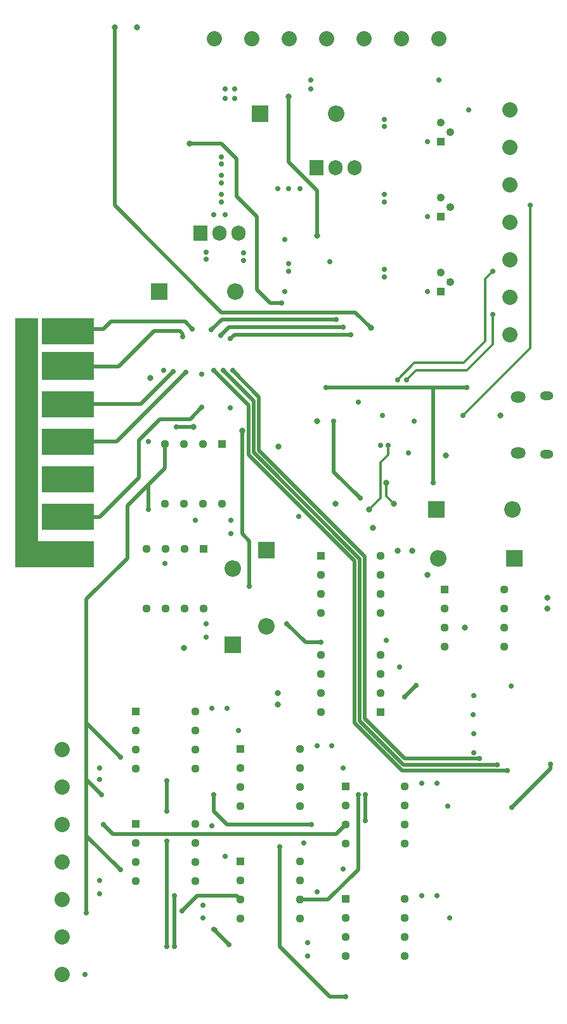
<source format=gbl>
G04 #@! TF.GenerationSoftware,KiCad,Pcbnew,7.0.7*
G04 #@! TF.CreationDate,2023-11-03T00:41:13-04:00*
G04 #@! TF.ProjectId,SeniorDesign,53656e69-6f72-4446-9573-69676e2e6b69,rev?*
G04 #@! TF.SameCoordinates,Original*
G04 #@! TF.FileFunction,Copper,L4,Bot*
G04 #@! TF.FilePolarity,Positive*
%FSLAX46Y46*%
G04 Gerber Fmt 4.6, Leading zero omitted, Abs format (unit mm)*
G04 Created by KiCad (PCBNEW 7.0.7) date 2023-11-03 00:41:13*
%MOMM*%
%LPD*%
G01*
G04 APERTURE LIST*
G04 Aperture macros list*
%AMRoundRect*
0 Rectangle with rounded corners*
0 $1 Rounding radius*
0 $2 $3 $4 $5 $6 $7 $8 $9 X,Y pos of 4 corners*
0 Add a 4 corners polygon primitive as box body*
4,1,4,$2,$3,$4,$5,$6,$7,$8,$9,$2,$3,0*
0 Add four circle primitives for the rounded corners*
1,1,$1+$1,$2,$3*
1,1,$1+$1,$4,$5*
1,1,$1+$1,$6,$7*
1,1,$1+$1,$8,$9*
0 Add four rect primitives between the rounded corners*
20,1,$1+$1,$2,$3,$4,$5,0*
20,1,$1+$1,$4,$5,$6,$7,0*
20,1,$1+$1,$6,$7,$8,$9,0*
20,1,$1+$1,$8,$9,$2,$3,0*%
G04 Aperture macros list end*
G04 #@! TA.AperFunction,ComponentPad*
%ADD10C,2.032000*%
G04 #@! TD*
G04 #@! TA.AperFunction,SMDPad,CuDef*
%ADD11RoundRect,0.250000X-1.000000X-0.650000X1.000000X-0.650000X1.000000X0.650000X-1.000000X0.650000X0*%
G04 #@! TD*
G04 #@! TA.AperFunction,ComponentPad*
%ADD12R,1.905000X2.000000*%
G04 #@! TD*
G04 #@! TA.AperFunction,ComponentPad*
%ADD13O,1.905000X2.000000*%
G04 #@! TD*
G04 #@! TA.AperFunction,ComponentPad*
%ADD14R,1.130000X1.130000*%
G04 #@! TD*
G04 #@! TA.AperFunction,ComponentPad*
%ADD15C,1.130000*%
G04 #@! TD*
G04 #@! TA.AperFunction,ComponentPad*
%ADD16R,2.200000X2.200000*%
G04 #@! TD*
G04 #@! TA.AperFunction,ComponentPad*
%ADD17O,2.200000X2.200000*%
G04 #@! TD*
G04 #@! TA.AperFunction,ComponentPad*
%ADD18R,1.080000X1.080000*%
G04 #@! TD*
G04 #@! TA.AperFunction,ComponentPad*
%ADD19C,1.080000*%
G04 #@! TD*
G04 #@! TA.AperFunction,ComponentPad*
%ADD20O,1.800000X1.150000*%
G04 #@! TD*
G04 #@! TA.AperFunction,ComponentPad*
%ADD21O,2.000000X1.450000*%
G04 #@! TD*
G04 #@! TA.AperFunction,ViaPad*
%ADD22C,0.800000*%
G04 #@! TD*
G04 #@! TA.AperFunction,ViaPad*
%ADD23C,0.700000*%
G04 #@! TD*
G04 #@! TA.AperFunction,Conductor*
%ADD24C,0.500000*%
G04 #@! TD*
G04 #@! TA.AperFunction,Conductor*
%ADD25C,0.300000*%
G04 #@! TD*
G04 APERTURE END LIST*
D10*
X86775000Y-65750001D03*
X86775000Y-60750001D03*
X86775000Y-55750000D03*
X86775000Y-50750000D03*
X86775000Y-45750000D03*
X86775000Y-40750000D03*
X86775000Y-35750000D03*
X27025000Y-121000000D03*
X27025000Y-126000000D03*
X27025000Y-131000001D03*
X27025000Y-136000001D03*
X27025000Y-141000001D03*
X27025000Y-146000001D03*
X27025000Y-151000001D03*
X29250000Y-65000000D03*
X29250000Y-70000000D03*
X29250000Y-75000001D03*
X29250000Y-80000001D03*
X29250000Y-85000001D03*
X29250000Y-90000001D03*
X29250000Y-95000001D03*
X47308399Y-26250000D03*
X52308399Y-26250000D03*
X57308400Y-26250000D03*
X62308400Y-26250000D03*
X67308400Y-26250000D03*
X72308400Y-26250000D03*
X77308400Y-26250000D03*
D11*
X22250000Y-90000000D03*
X26250000Y-90000000D03*
X22250000Y-85000000D03*
X26250000Y-85000000D03*
X22250000Y-80000000D03*
X26250000Y-80000000D03*
X26250000Y-65250000D03*
X22250000Y-65250000D03*
X22250000Y-70000000D03*
X26250000Y-70000000D03*
X22250000Y-75250000D03*
X26250000Y-75250000D03*
D12*
X60985000Y-43445000D03*
D13*
X63525000Y-43445000D03*
X66065000Y-43445000D03*
D14*
X48335000Y-80280000D03*
D15*
X45795000Y-80280000D03*
X43255000Y-80280000D03*
X40715000Y-80280000D03*
X40715000Y-88220000D03*
X43255000Y-88220000D03*
X45795000Y-88220000D03*
X48335000Y-88220000D03*
D14*
X64805000Y-125940000D03*
D15*
X64805000Y-128480000D03*
X64805000Y-131020000D03*
X64805000Y-133560000D03*
X72745000Y-133560000D03*
X72745000Y-131020000D03*
X72745000Y-128480000D03*
X72745000Y-125940000D03*
D14*
X50805000Y-120940000D03*
D15*
X50805000Y-123480000D03*
X50805000Y-126020000D03*
X50805000Y-128560000D03*
X58745000Y-128560000D03*
X58745000Y-126020000D03*
X58745000Y-123480000D03*
X58745000Y-120940000D03*
D14*
X36805000Y-115940000D03*
D15*
X36805000Y-118480000D03*
X36805000Y-121020000D03*
X36805000Y-123560000D03*
X44745000Y-123560000D03*
X44745000Y-121020000D03*
X44745000Y-118480000D03*
X44745000Y-115940000D03*
D14*
X61555000Y-95190000D03*
D15*
X61555000Y-97730000D03*
X61555000Y-100270000D03*
X61555000Y-102810000D03*
X69495000Y-102810000D03*
X69495000Y-100270000D03*
X69495000Y-97730000D03*
X69495000Y-95190000D03*
D12*
X45485000Y-52195000D03*
D13*
X48025000Y-52195000D03*
X50565000Y-52195000D03*
D16*
X53445000Y-36250000D03*
D17*
X63605000Y-36250000D03*
D14*
X50805000Y-135940000D03*
D15*
X50805000Y-138480000D03*
X50805000Y-141020000D03*
X50805000Y-143560000D03*
X58745000Y-143560000D03*
X58745000Y-141020000D03*
X58745000Y-138480000D03*
X58745000Y-135940000D03*
D18*
X77500000Y-40020000D03*
D19*
X78770000Y-38750000D03*
X77500000Y-37480000D03*
D16*
X76945000Y-89000000D03*
D17*
X87105000Y-89000000D03*
D14*
X36805000Y-130940000D03*
D15*
X36805000Y-133480000D03*
X36805000Y-136020000D03*
X36805000Y-138560000D03*
X44745000Y-138560000D03*
X44745000Y-136020000D03*
X44745000Y-133480000D03*
X44745000Y-130940000D03*
D18*
X77500000Y-60020000D03*
D19*
X78770000Y-58750000D03*
X77500000Y-57480000D03*
D14*
X64805000Y-140940000D03*
D15*
X64805000Y-143480000D03*
X64805000Y-146020000D03*
X64805000Y-148560000D03*
X72745000Y-148560000D03*
X72745000Y-146020000D03*
X72745000Y-143480000D03*
X72745000Y-140940000D03*
D14*
X69495000Y-116060000D03*
D15*
X69495000Y-113520000D03*
X69495000Y-110980000D03*
X69495000Y-108440000D03*
X61555000Y-108440000D03*
X61555000Y-110980000D03*
X61555000Y-113520000D03*
X61555000Y-116060000D03*
D14*
X45835000Y-94280000D03*
D15*
X43295000Y-94280000D03*
X40755000Y-94280000D03*
X38215000Y-94280000D03*
X38215000Y-102220000D03*
X40755000Y-102220000D03*
X43295000Y-102220000D03*
X45835000Y-102220000D03*
D16*
X39945000Y-60000000D03*
D17*
X50105000Y-60000000D03*
D14*
X78055000Y-99690000D03*
D15*
X78055000Y-102230000D03*
X78055000Y-104770000D03*
X78055000Y-107310000D03*
X85995000Y-107310000D03*
X85995000Y-104770000D03*
X85995000Y-102230000D03*
X85995000Y-99690000D03*
D20*
X91695000Y-81625000D03*
D21*
X87895000Y-81475000D03*
X87895000Y-74025000D03*
D20*
X91695000Y-73875000D03*
D16*
X49750000Y-107080000D03*
D17*
X49750000Y-96920000D03*
D18*
X77500000Y-50020000D03*
D19*
X78770000Y-48750000D03*
X77500000Y-47480000D03*
D16*
X87330000Y-95500000D03*
D17*
X77170000Y-95500000D03*
D16*
X54250000Y-94420000D03*
D17*
X54250000Y-104580000D03*
D22*
X27250000Y-95750000D03*
X26000000Y-95750000D03*
X24750000Y-95750000D03*
X23500000Y-95750000D03*
X23500000Y-94250000D03*
X24750000Y-94250000D03*
X26000000Y-94250000D03*
X27250000Y-94250000D03*
X44000000Y-40250000D03*
D23*
X62250000Y-72750000D03*
X63250000Y-77250000D03*
X81000000Y-72750000D03*
X76500000Y-85500000D03*
X66750000Y-87500000D03*
X56250000Y-61500000D03*
X59250000Y-133500000D03*
X48250000Y-48000000D03*
X47250000Y-49750000D03*
X46250000Y-104250000D03*
X30000000Y-151000000D03*
X59750000Y-148500000D03*
X49470000Y-75470000D03*
X69750000Y-76500000D03*
X75000000Y-125500000D03*
D22*
X55750000Y-115000000D03*
D23*
X61000000Y-120500000D03*
X48250000Y-43000000D03*
X55750000Y-46250000D03*
X46250000Y-106000000D03*
X72025000Y-110025000D03*
X48750000Y-33000000D03*
X81865000Y-116365000D03*
D22*
X71750000Y-94500000D03*
D23*
X57250000Y-46250000D03*
X56750000Y-60000000D03*
X46975000Y-131200000D03*
X38500000Y-80000000D03*
X49000000Y-115500000D03*
X40750000Y-96250000D03*
X63000000Y-120500000D03*
X60200000Y-31800000D03*
X62750000Y-56000000D03*
X69500000Y-80500000D03*
X47000000Y-115500000D03*
X59762112Y-146742240D03*
X57250000Y-57250000D03*
X45750000Y-141750000D03*
X75750000Y-50000000D03*
X45750000Y-143500000D03*
X32000000Y-140250000D03*
X48250000Y-44500000D03*
X48250000Y-47000000D03*
X77000000Y-125500000D03*
D22*
X73750000Y-94500000D03*
X38750000Y-71500000D03*
D23*
X81905000Y-118905000D03*
D22*
X91750000Y-100750000D03*
D23*
X32000000Y-138500000D03*
X75000000Y-140500000D03*
X75750000Y-40000000D03*
X75750000Y-60000000D03*
D22*
X68500000Y-91500000D03*
D23*
X32000000Y-125000000D03*
X50000000Y-33000000D03*
D22*
X55850000Y-80600000D03*
D23*
X70250000Y-106500000D03*
X74000000Y-77250000D03*
X49500000Y-92250000D03*
X81945000Y-121445000D03*
X66500000Y-74750000D03*
X48250000Y-45500000D03*
X60200000Y-33000000D03*
D22*
X61000000Y-77250000D03*
D23*
X73250000Y-81500000D03*
X45660000Y-71000000D03*
X56750000Y-53000000D03*
X77000000Y-140500000D03*
D22*
X63500000Y-88250000D03*
D23*
X58750000Y-46250000D03*
X48250000Y-42000000D03*
X81250000Y-35750000D03*
X46175000Y-54700000D03*
X32000000Y-123500000D03*
X57250000Y-56250000D03*
X48750000Y-49750000D03*
X77308400Y-31800000D03*
D22*
X85500000Y-76500000D03*
X37000000Y-24750000D03*
D23*
X48750000Y-34250000D03*
X81925000Y-113825000D03*
X49500000Y-90500000D03*
D22*
X80750000Y-104750000D03*
D23*
X64475000Y-136975000D03*
X58575000Y-89925000D03*
X46175000Y-55700000D03*
X50000000Y-34250000D03*
D22*
X78200000Y-81800000D03*
D23*
X70500000Y-80500000D03*
D22*
X68000000Y-89000000D03*
D23*
X30250000Y-142750000D03*
X57000000Y-104250000D03*
X52000000Y-99250000D03*
X38500000Y-89000000D03*
X61500000Y-106750000D03*
X32250000Y-127000000D03*
X47250000Y-145000000D03*
X34750000Y-122000000D03*
X47250000Y-127000000D03*
X34750000Y-137000000D03*
X42250000Y-78000000D03*
D22*
X51000000Y-78500000D03*
D23*
X60250000Y-131000000D03*
D22*
X44500000Y-78000000D03*
D23*
X49250000Y-147000000D03*
X70000000Y-47000000D03*
X61000000Y-140000000D03*
X51250000Y-55800000D03*
X70000000Y-38000000D03*
X48750000Y-135250000D03*
X44750000Y-90500000D03*
X50500000Y-118525000D03*
X70000000Y-37000000D03*
X70000000Y-48000000D03*
X86945000Y-112555000D03*
X64500000Y-123500000D03*
D22*
X43250000Y-107500000D03*
X91750000Y-102250000D03*
D23*
X78750000Y-143500000D03*
X40500000Y-70500000D03*
X70000000Y-58012314D03*
X51250000Y-54800000D03*
X78500000Y-128525000D03*
X70000000Y-57012314D03*
D22*
X55750000Y-113500000D03*
X75750000Y-97750000D03*
D23*
X44390000Y-65000000D03*
X43120000Y-66000000D03*
X41850000Y-70650000D03*
X43500000Y-70750000D03*
X45660000Y-75410000D03*
X32500000Y-131000000D03*
X43000000Y-142500000D03*
X73000000Y-71750000D03*
X84500000Y-63000000D03*
X71750000Y-71750000D03*
X84500000Y-57250000D03*
X89500000Y-48500000D03*
X80500000Y-76500000D03*
X86405000Y-123845000D03*
X47250000Y-70500000D03*
X63599500Y-63700000D03*
X46930000Y-65070000D03*
X64500000Y-64750000D03*
X48500000Y-70500000D03*
X48200000Y-65800000D03*
X85045196Y-123045000D03*
X82745000Y-122245000D03*
X65500000Y-65750000D03*
X49470000Y-66280000D03*
X49750000Y-70500000D03*
D22*
X34000000Y-24750000D03*
X68200000Y-64800000D03*
X70250000Y-85500000D03*
X71250000Y-88250000D03*
D23*
X41000000Y-129250000D03*
X41000000Y-133250000D03*
X41000000Y-125200500D03*
X41000000Y-147250000D03*
X56020000Y-134000000D03*
X64800000Y-154000000D03*
X87000000Y-128750000D03*
X92200000Y-123000000D03*
X42000000Y-147250000D03*
X42000000Y-140500000D03*
X72750000Y-114000000D03*
X74250000Y-112500000D03*
X66500000Y-127000000D03*
X67500000Y-127000000D03*
X67500000Y-130500000D03*
D22*
X57250000Y-34000000D03*
X61000000Y-52500000D03*
D24*
X33500000Y-64000000D02*
X32500000Y-65000000D01*
X43390000Y-64000000D02*
X33500000Y-64000000D01*
X32500000Y-65000000D02*
X29250000Y-65000000D01*
X30250000Y-101000000D02*
X30250000Y-117500000D01*
X35750000Y-95500000D02*
X30250000Y-101000000D01*
X35750000Y-88500000D02*
X35750000Y-95500000D01*
X38500000Y-85750000D02*
X35750000Y-88500000D01*
X31999999Y-90000001D02*
X29250000Y-90000001D01*
X37250000Y-84750000D02*
X31999999Y-90000001D01*
X37250000Y-79750000D02*
X37250000Y-84750000D01*
X40000000Y-77000000D02*
X37250000Y-79750000D01*
X45660000Y-75410000D02*
X44070000Y-77000000D01*
X44070000Y-77000000D02*
X40000000Y-77000000D01*
X39250000Y-65250000D02*
X34500000Y-70000000D01*
X34500000Y-70000000D02*
X29250000Y-70000000D01*
X42750000Y-65250000D02*
X39250000Y-65250000D01*
X43120000Y-65620000D02*
X42750000Y-65250000D01*
X43120000Y-66000000D02*
X43120000Y-65620000D01*
X37499999Y-75000001D02*
X29250000Y-75000001D01*
X41850000Y-70650000D02*
X37499999Y-75000001D01*
X34249999Y-80000001D02*
X29250000Y-80000001D01*
X43500000Y-70750000D02*
X34249999Y-80000001D01*
X34000000Y-48500000D02*
X34000000Y-24750000D01*
X48250000Y-62750000D02*
X34000000Y-48500000D01*
X66150000Y-62750000D02*
X48250000Y-62750000D01*
X68200000Y-64800000D02*
X66150000Y-62750000D01*
X48300000Y-63700000D02*
X46930000Y-65070000D01*
X63599500Y-63700000D02*
X48300000Y-63700000D01*
X64500000Y-64750000D02*
X49250000Y-64750000D01*
X49250000Y-64750000D02*
X48200000Y-65800000D01*
X50000000Y-65750000D02*
X49470000Y-66280000D01*
X65500000Y-65750000D02*
X50000000Y-65750000D01*
D25*
X70500000Y-81750000D02*
X69500000Y-82750000D01*
X69500000Y-82750000D02*
X69500000Y-87500000D01*
X69500000Y-87500000D02*
X68000000Y-89000000D01*
X70500000Y-80500000D02*
X70500000Y-81750000D01*
D24*
X56000000Y-147250000D02*
X56000000Y-134020000D01*
X62750000Y-154000000D02*
X56000000Y-147250000D01*
X56000000Y-134020000D02*
X56020000Y-134000000D01*
X64800000Y-154000000D02*
X62750000Y-154000000D01*
X63250000Y-84000000D02*
X66750000Y-87500000D01*
X53000000Y-50000000D02*
X50250000Y-47250000D01*
X76500000Y-72750000D02*
X81000000Y-72750000D01*
X76500000Y-72750000D02*
X76500000Y-85500000D01*
X62250000Y-72750000D02*
X76500000Y-72750000D01*
X63250000Y-77250000D02*
X63250000Y-84000000D01*
X48250000Y-40250000D02*
X44000000Y-40250000D01*
X50250000Y-42250000D02*
X48250000Y-40250000D01*
X50250000Y-47250000D02*
X50250000Y-42250000D01*
X53000000Y-59750000D02*
X53000000Y-50000000D01*
X56250000Y-61500000D02*
X54750000Y-61500000D01*
X54750000Y-61500000D02*
X53000000Y-59750000D01*
X52000000Y-98500000D02*
X52000000Y-93250000D01*
X57000000Y-104250000D02*
X59500000Y-106750000D01*
X47250000Y-145000000D02*
X49250000Y-147000000D01*
X30250000Y-117500000D02*
X34750000Y-122000000D01*
X52000000Y-93250000D02*
X51000000Y-92250000D01*
X30250000Y-117500000D02*
X30250000Y-125000000D01*
X51000000Y-92250000D02*
X51000000Y-78500000D01*
X38500000Y-85750000D02*
X38500000Y-89000000D01*
X59500000Y-106750000D02*
X61500000Y-106750000D01*
X30250000Y-125000000D02*
X32250000Y-127000000D01*
X30250000Y-142250000D02*
X30250000Y-132500000D01*
X40715000Y-83535000D02*
X38500000Y-85750000D01*
X47250000Y-129250000D02*
X47250000Y-127000000D01*
X47250000Y-145000000D02*
X47500000Y-145000000D01*
X52000000Y-98500000D02*
X52000000Y-99250000D01*
X49000000Y-131000000D02*
X47250000Y-129250000D01*
X40715000Y-80280000D02*
X40715000Y-83535000D01*
X44500000Y-78000000D02*
X42250000Y-78000000D01*
X30250000Y-125000000D02*
X30250000Y-132500000D01*
X30250000Y-132500000D02*
X34750000Y-137000000D01*
X60250000Y-131000000D02*
X49000000Y-131000000D01*
X30250000Y-142250000D02*
X30250000Y-142750000D01*
X44390000Y-65000000D02*
X43390000Y-64000000D01*
X63575000Y-132250000D02*
X64805000Y-131020000D01*
X33750000Y-132250000D02*
X63575000Y-132250000D01*
X32500000Y-131000000D02*
X33750000Y-132250000D01*
X45000000Y-140500000D02*
X50285000Y-140500000D01*
X50285000Y-140500000D02*
X50805000Y-141020000D01*
X43000000Y-142500000D02*
X45000000Y-140500000D01*
D25*
X81000000Y-70500000D02*
X74250000Y-70500000D01*
X84500000Y-67000000D02*
X81000000Y-70500000D01*
X84500000Y-63000000D02*
X84500000Y-67000000D01*
X74250000Y-70500000D02*
X73000000Y-71750000D01*
X83500000Y-58250000D02*
X84500000Y-57250000D01*
X74000000Y-69500000D02*
X80625000Y-69500000D01*
X83500000Y-66625000D02*
X83500000Y-58250000D01*
X71750000Y-71750000D02*
X74000000Y-69500000D01*
X80625000Y-69500000D02*
X83500000Y-66625000D01*
X80500000Y-76500000D02*
X89500000Y-67500000D01*
X89500000Y-67500000D02*
X89500000Y-48500000D01*
D24*
X51850000Y-75100000D02*
X47250000Y-70500000D01*
X66000000Y-95875000D02*
X51850000Y-81725000D01*
X86405000Y-123845000D02*
X72365100Y-123845000D01*
X72365100Y-123845000D02*
X66000000Y-117479900D01*
X51850000Y-81725000D02*
X51850000Y-75100000D01*
X66000000Y-117479900D02*
X66000000Y-95875000D01*
X52550000Y-81435050D02*
X52550000Y-74550000D01*
X85045196Y-123045000D02*
X72555050Y-123045000D01*
X72555050Y-123045000D02*
X66700000Y-117189950D01*
X66700000Y-117189950D02*
X66700000Y-95585051D01*
X66700000Y-95585051D02*
X52550000Y-81435050D01*
X52550000Y-74550000D02*
X48500000Y-70500000D01*
X53250000Y-74000000D02*
X49750000Y-70500000D01*
X67400000Y-95295102D02*
X53250000Y-81145100D01*
X53250000Y-81145100D02*
X53250000Y-74000000D01*
X82745000Y-122245000D02*
X72745000Y-122245000D01*
X72745000Y-122245000D02*
X67400000Y-116900000D01*
X67400000Y-116900000D02*
X67400000Y-95295102D01*
D25*
X70250000Y-87250000D02*
X70250000Y-85500000D01*
X71250000Y-88250000D02*
X70250000Y-87250000D01*
D24*
X41000000Y-133250000D02*
X41000000Y-147250000D01*
X41000000Y-125200500D02*
X41000000Y-129250000D01*
X92200000Y-123550000D02*
X87000000Y-128750000D01*
X92200000Y-123000000D02*
X92200000Y-123550000D01*
X42000000Y-140500000D02*
X42000000Y-147250000D01*
X74250000Y-112500000D02*
X72750000Y-114000000D01*
X58745000Y-141020000D02*
X62480000Y-141020000D01*
X66500000Y-137000000D02*
X66500000Y-127000000D01*
X62480000Y-141020000D02*
X66500000Y-137000000D01*
X67500000Y-130500000D02*
X67500000Y-127000000D01*
X57250000Y-34000000D02*
X57250000Y-42750000D01*
X57250000Y-42750000D02*
X61000000Y-46500000D01*
X61000000Y-46500000D02*
X61000000Y-52500000D01*
G04 #@! TA.AperFunction,Conductor*
G36*
X31193039Y-63519685D02*
G01*
X31238794Y-63572489D01*
X31250000Y-63624000D01*
X31250000Y-66876000D01*
X31230315Y-66943039D01*
X31177511Y-66988794D01*
X31126000Y-67000000D01*
X24374000Y-67000000D01*
X24306961Y-66980315D01*
X24261206Y-66927511D01*
X24250000Y-66876000D01*
X24250000Y-63624000D01*
X24269685Y-63556961D01*
X24322489Y-63511206D01*
X24374000Y-63500000D01*
X31126000Y-63500000D01*
X31193039Y-63519685D01*
G37*
G04 #@! TD.AperFunction*
G04 #@! TA.AperFunction,Conductor*
G36*
X31193039Y-68019685D02*
G01*
X31238794Y-68072489D01*
X31250000Y-68124000D01*
X31250000Y-71626000D01*
X31230315Y-71693039D01*
X31177511Y-71738794D01*
X31126000Y-71750000D01*
X24374000Y-71750000D01*
X24306961Y-71730315D01*
X24261206Y-71677511D01*
X24250000Y-71626000D01*
X24250000Y-68124000D01*
X24269685Y-68056961D01*
X24322489Y-68011206D01*
X24374000Y-68000000D01*
X31126000Y-68000000D01*
X31193039Y-68019685D01*
G37*
G04 #@! TD.AperFunction*
G04 #@! TA.AperFunction,Conductor*
G36*
X31193039Y-73269685D02*
G01*
X31238794Y-73322489D01*
X31250000Y-73374000D01*
X31250000Y-76626000D01*
X31230315Y-76693039D01*
X31177511Y-76738794D01*
X31126000Y-76750000D01*
X24374000Y-76750000D01*
X24306961Y-76730315D01*
X24261206Y-76677511D01*
X24250000Y-76626000D01*
X24250000Y-73374000D01*
X24269685Y-73306961D01*
X24322489Y-73261206D01*
X24374000Y-73250000D01*
X31126000Y-73250000D01*
X31193039Y-73269685D01*
G37*
G04 #@! TD.AperFunction*
G04 #@! TA.AperFunction,Conductor*
G36*
X31193039Y-78269685D02*
G01*
X31238794Y-78322489D01*
X31250000Y-78374000D01*
X31250000Y-81626000D01*
X31230315Y-81693039D01*
X31177511Y-81738794D01*
X31126000Y-81750000D01*
X24374000Y-81750000D01*
X24306961Y-81730315D01*
X24261206Y-81677511D01*
X24250000Y-81626000D01*
X24250000Y-78374000D01*
X24269685Y-78306961D01*
X24322489Y-78261206D01*
X24374000Y-78250000D01*
X31126000Y-78250000D01*
X31193039Y-78269685D01*
G37*
G04 #@! TD.AperFunction*
G04 #@! TA.AperFunction,Conductor*
G36*
X31193039Y-83269685D02*
G01*
X31238794Y-83322489D01*
X31250000Y-83374000D01*
X31250000Y-86626000D01*
X31230315Y-86693039D01*
X31177511Y-86738794D01*
X31126000Y-86750000D01*
X24374000Y-86750000D01*
X24306961Y-86730315D01*
X24261206Y-86677511D01*
X24250000Y-86626000D01*
X24250000Y-83374000D01*
X24269685Y-83306961D01*
X24322489Y-83261206D01*
X24374000Y-83250000D01*
X31126000Y-83250000D01*
X31193039Y-83269685D01*
G37*
G04 #@! TD.AperFunction*
G04 #@! TA.AperFunction,Conductor*
G36*
X31193039Y-88269685D02*
G01*
X31238794Y-88322489D01*
X31250000Y-88374000D01*
X31250000Y-91626000D01*
X31230315Y-91693039D01*
X31177511Y-91738794D01*
X31126000Y-91750000D01*
X24374000Y-91750000D01*
X24306961Y-91730315D01*
X24261206Y-91677511D01*
X24250000Y-91626000D01*
X24250000Y-88374000D01*
X24269685Y-88306961D01*
X24322489Y-88261206D01*
X24374000Y-88250000D01*
X31126000Y-88250000D01*
X31193039Y-88269685D01*
G37*
G04 #@! TD.AperFunction*
G04 #@! TA.AperFunction,Conductor*
G36*
X23693039Y-63519685D02*
G01*
X23738794Y-63572489D01*
X23750000Y-63623999D01*
X23750000Y-93250000D01*
X31126000Y-93250000D01*
X31193039Y-93269685D01*
X31238794Y-93322489D01*
X31250000Y-93374000D01*
X31250000Y-96626000D01*
X31230315Y-96693039D01*
X31177511Y-96738794D01*
X31126000Y-96750000D01*
X20874000Y-96750000D01*
X20806961Y-96730315D01*
X20761206Y-96677511D01*
X20750000Y-96626000D01*
X20750000Y-63624000D01*
X20769685Y-63556961D01*
X20822489Y-63511206D01*
X20874000Y-63500000D01*
X23626000Y-63500000D01*
X23693039Y-63519685D01*
G37*
G04 #@! TD.AperFunction*
M02*

</source>
